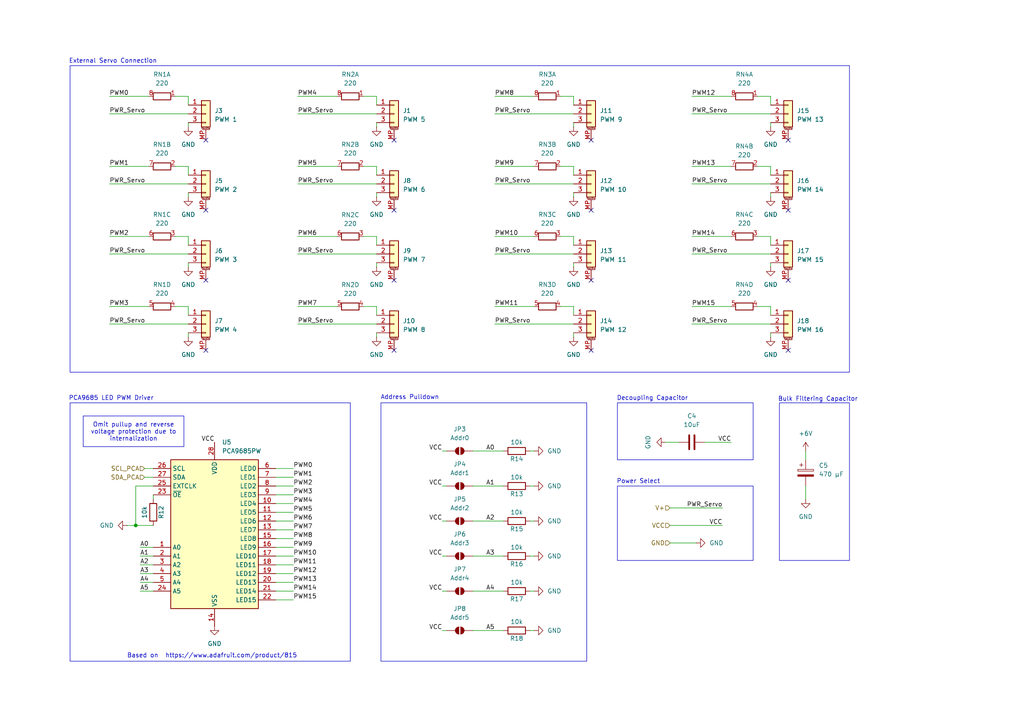
<source format=kicad_sch>
(kicad_sch (version 20250114) (generator "eeschema") (generator_version "9.0")
  (paper "A4")
  (lib_symbols
    (symbol "Connector_Generic_MountingPin:Conn_01x03_MountingPin" (pin_names (offset 1.016) (hide yes))
      (property "Reference" "J" (at 0 5.08 0))
      (property "Value" "Conn_01x03_MountingPin" (at 1.27 -5.08 0))
      (symbol "Conn_01x03_MountingPin_1_1"
        (rectangle (start -1.27 3.81) (end 1.27 -3.81) (stroke (width 0.254)) (fill (type background)))
        (rectangle (start -1.27 2.667) (end 0 2.413) (stroke (width 0.1524)))
        (rectangle (start -1.27 0.127) (end 0 -0.127) (stroke (width 0.1524)))
        (rectangle (start -1.27 -2.413) (end 0 -2.667) (stroke (width 0.1524)))
        (polyline (pts (xy -1.016 -4.572) (xy 1.016 -4.572)) (stroke (width 0.1524)))
        (text "Mounting" (at 0 -4.191 0) (effects (font (size 0.381 0.381))))
        (pin passive line (at -5.08 2.54 0) (length 3.81) (name "Pin_1") (number "1"))
        (pin passive line (at -5.08 0 0) (length 3.81) (name "Pin_2") (number "2"))
        (pin passive line (at -5.08 -2.54 0) (length 3.81) (name "Pin_3") (number "3"))
        (pin passive line (at 0 -7.62 90) (length 3.048) (name "MountPin") (number "MP"))
      )
    )
    (symbol "Device:C" (pin_numbers (hide yes)) (pin_names (offset 0.254))
      (property "Reference" "C" (at 0.635 2.54 0))
      (property "Value" "C" (at 0.635 -2.54 0))
      (symbol "C_0_1"
        (polyline (pts (xy -2.032 0.762) (xy 2.032 0.762)) (stroke (width 0.508)))
        (polyline (pts (xy -2.032 -0.762) (xy 2.032 -0.762)) (stroke (width 0.508)))
      )
      (symbol "C_1_1"
        (pin passive line (at 0 3.81 270) (length 2.794) (name "~") (number "1"))
        (pin passive line (at 0 -3.81 90) (length 2.794) (name "~") (number "2"))
      )
    )
    (symbol "Device:C_Polarized" (pin_numbers (hide yes)) (pin_names (offset 0.254))
      (property "Reference" "C" (at 0.635 2.54 0))
      (property "Value" "C_Polarized" (at 0.635 -2.54 0))
      (symbol "C_Polarized_0_1"
        (rectangle (start -2.286 0.508) (end 2.286 1.016))
        (polyline (pts (xy -1.778 2.286) (xy -0.762 2.286)))
        (polyline (pts (xy -1.27 2.794) (xy -1.27 1.778)))
        (rectangle (start 2.286 -0.508) (end -2.286 -1.016) (fill (type outline)))
      )
      (symbol "C_Polarized_1_1"
        (pin passive line (at 0 3.81 270) (length 2.794) (name "~") (number "1"))
        (pin passive line (at 0 -3.81 90) (length 2.794) (name "~") (number "2"))
      )
    )
    (symbol "Device:R" (pin_numbers (hide yes)) (pin_names (offset 0))
      (property "Reference" "R" (at 2.032 0 90))
      (property "Value" "R" (at 0 0 90))
      (symbol "R_0_1"
        (rectangle (start -1.016 -2.54) (end 1.016 2.54) (stroke (width 0.254)))
      )
      (symbol "R_1_1"
        (pin passive line (at 0 3.81 270) (length 1.27) (name "~") (number "1"))
        (pin passive line (at 0 -3.81 90) (length 1.27) (name "~") (number "2"))
      )
    )
    (symbol "Device:R_Pack04_Split" (pin_names (offset 0) (hide yes))
      (property "Reference" "RN" (at 2.032 0 90))
      (property "Value" "R_Pack04_Split" (at 0 0 90))
      (symbol "R_Pack04_Split_0_1"
        (rectangle (start 1.016 2.54) (end -1.016 -2.54) (stroke (width 0.254)))
      )
      (symbol "R_Pack04_Split_1_1"
        (pin passive line (at 0 3.81 270) (length 1.27) (name "R1.2") (number "8"))
        (pin passive line (at 0 -3.81 90) (length 1.27) (name "R1.1") (number "1"))
      )
      (symbol "R_Pack04_Split_2_1"
        (pin passive line (at 0 3.81 270) (length 1.27) (name "R2.2") (number "7"))
        (pin passive line (at 0 -3.81 90) (length 1.27) (name "R2.1") (number "2"))
      )
      (symbol "R_Pack04_Split_3_1"
        (pin passive line (at 0 3.81 270) (length 1.27) (name "R3.2") (number "6"))
        (pin passive line (at 0 -3.81 90) (length 1.27) (name "R3.1") (number "3"))
      )
      (symbol "R_Pack04_Split_4_1"
        (pin passive line (at 0 3.81 270) (length 1.27) (name "R4.2") (number "5"))
        (pin passive line (at 0 -3.81 90) (length 1.27) (name "R4.1") (number "4"))
      )
    )
    (symbol "Driver_LED:PCA9685PW"
      (property "Reference" "U" (at -12.7 22.225 0))
      (property "Value" "PCA9685PW" (at 1.27 22.225 0))
      (symbol "PCA9685PW_0_1"
        (rectangle (start -12.7 20.32) (end 12.7 -22.86) (stroke (width 0.254)) (fill (type background)))
      )
      (symbol "PCA9685PW_1_1"
        (pin input line (at -17.78 17.78 0) (length 5.08) (name "SCL") (number "26"))
        (pin bidirectional line (at -17.78 15.24 0) (length 5.08) (name "SDA") (number "27"))
        (pin input line (at -17.78 12.7 0) (length 5.08) (name "EXTCLK") (number "25"))
        (pin input line (at -17.78 10.16 0) (length 5.08) (name "~{OE}") (number "23"))
        (pin input line (at -17.78 -5.08 0) (length 5.08) (name "A0") (number "1"))
        (pin input line (at -17.78 -7.62 0) (length 5.08) (name "A1") (number "2"))
        (pin input line (at -17.78 -10.16 0) (length 5.08) (name "A2") (number "3"))
        (pin input line (at -17.78 -12.7 0) (length 5.08) (name "A3") (number "4"))
        (pin input line (at -17.78 -15.24 0) (length 5.08) (name "A4") (number "5"))
        (pin input line (at -17.78 -17.78 0) (length 5.08) (name "A5") (number "24"))
        (pin power_in line (at 0 25.4 270) (length 5.08) (name "VDD") (number "28"))
        (pin power_in line (at 0 -27.94 90) (length 5.08) (name "VSS") (number "14"))
        (pin output line (at 17.78 17.78 180) (length 5.08) (name "LED0") (number "6"))
        (pin output line (at 17.78 15.24 180) (length 5.08) (name "LED1") (number "7"))
        (pin output line (at 17.78 12.7 180) (length 5.08) (name "LED2") (number "8"))
        (pin output line (at 17.78 10.16 180) (length 5.08) (name "LED3") (number "9"))
        (pin output line (at 17.78 7.62 180) (length 5.08) (name "LED4") (number "10"))
        (pin output line (at 17.78 5.08 180) (length 5.08) (name "LED5") (number "11"))
        (pin output line (at 17.78 2.54 180) (length 5.08) (name "LED6") (number "12"))
        (pin output line (at 17.78 0 180) (length 5.08) (name "LED7") (number "13"))
        (pin output line (at 17.78 -2.54 180) (length 5.08) (name "LED8") (number "15"))
        (pin output line (at 17.78 -5.08 180) (length 5.08) (name "LED9") (number "16"))
        (pin output line (at 17.78 -7.62 180) (length 5.08) (name "LED10") (number "17"))
        (pin output line (at 17.78 -10.16 180) (length 5.08) (name "LED11") (number "18"))
        (pin output line (at 17.78 -12.7 180) (length 5.08) (name "LED12") (number "19"))
        (pin output line (at 17.78 -15.24 180) (length 5.08) (name "LED13") (number "20"))
        (pin output line (at 17.78 -17.78 180) (length 5.08) (name "LED14") (number "21"))
        (pin output line (at 17.78 -20.32 180) (length 5.08) (name "LED15") (number "22"))
      )
    )
    (symbol "Jumper:SolderJumper_2_Open" (pin_numbers (hide yes)) (pin_names (offset 0) (hide yes)) (in_bom no)
      (property "Reference" "JP" (at 0 2.032 0))
      (property "Value" "SolderJumper_2_Open" (at 0 -2.54 0))
      (symbol "SolderJumper_2_Open_0_1"
        (polyline (pts (xy -0.254 1.016) (xy -0.254 -1.016)))
        (arc (start -0.254 -1.016) (mid -1.2656 0) (end -0.254 1.016))
        (arc (start -0.254 -1.016) (mid -1.2656 0) (end -0.254 1.016) (fill (type outline)))
        (arc (start 0.254 1.016) (mid 1.2656 0) (end 0.254 -1.016))
        (arc (start 0.254 1.016) (mid 1.2656 0) (end 0.254 -1.016) (fill (type outline)))
        (polyline (pts (xy 0.254 1.016) (xy 0.254 -1.016)))
      )
      (symbol "SolderJumper_2_Open_1_1"
        (pin passive line (at -3.81 0 0) (length 2.54) (name "A") (number "1"))
        (pin passive line (at 3.81 0 180) (length 2.54) (name "B") (number "2"))
      )
    )
    (symbol "power:+3.3V" (power) (pin_numbers (hide yes)) (pin_names (offset 0) (hide yes))
      (property "Value" "+3.3V" (at 0 3.556 0))
      (symbol "+3.3V_0_1"
        (polyline (pts (xy -0.762 1.27) (xy 0 2.54)))
        (polyline (pts (xy 0 2.54) (xy 0.762 1.27)))
        (polyline (pts (xy 0 0) (xy 0 2.54)))
      )
      (symbol "+3.3V_1_1"
        (pin power_in line (at 0 0 90) (length 0) (name "~") (number "1"))
      )
    )
    (symbol "power:GND" (power) (pin_numbers (hide yes)) (pin_names (offset 0) (hide yes))
      (property "Value" "GND" (at 0 -3.81 0))
      (symbol "GND_0_1"
        (polyline (pts (xy 0 0) (xy 0 -1.27) (xy 1.27 -1.27) (xy 0 -2.54) (xy -1.27 -1.27) (xy 0 -1.27)))
      )
      (symbol "GND_1_1"
        (pin power_in line (at 0 0 270) (length 0) (name "~") (number "1"))
      )
    )
  )
  (rectangle (start 110.49 116.84) (end 170.18 191.77))
  (rectangle (start 179.07 116.84) (end 218.44 133.35))
  (rectangle (start 226.06 116.84) (end 246.38 162.56))
  (rectangle (start 20.32 19.05) (end 246.38 107.95))
  (rectangle (start 20.32 116.84) (end 101.6 191.77))
  (rectangle (start 179.07 140.97) (end 218.44 162.56))
  (text "PCA9685 LED PWM Driver" (at 32.258 115.57 0) (effects (font (size 1.27 1.27))))
  (text "Decoupling Capacitor" (at 189.23 115.57 0) (effects (font (size 1.27 1.27))))
  (text "https://www.adafruit.com/product/815" (at 67.056 190.246 0) (effects (font (size 1.27 1.27))))
  (text "Based on" (at 41.402 190.246 0) (effects (font (size 1.27 1.27))))
  (text "External Servo Connection" (at 32.766 17.78 0) (effects (font (size 1.27 1.27))))
  (text "Power Select" (at 185.166 139.7 0) (effects (font (size 1.27 1.27))))
  (text "Bulk Filtering Capacitor" (at 237.236 115.824 0) (effects (font (size 1.27 1.27))))
  (text "Address Pulldown" (at 118.872 115.316 0) (effects (font (size 1.27 1.27))))
  (text_box "Omit pullup and reverse voltage protection due to internalization" (at 24.13 120.65 0) (size 29.21 8.89) (margins 0.9525 0.9525 0.9525 0.9525) (fill (type color)) (effects (font (size 1.27 1.27))))
  (junction (at 39.37 152.4))
  (no_connect (at 59.69 81.28))
  (no_connect (at 228.6 60.96))
  (no_connect (at 114.3 81.28))
  (no_connect (at 59.69 60.96))
  (no_connect (at 114.3 40.64))
  (no_connect (at 114.3 101.6))
  (no_connect (at 171.45 60.96))
  (no_connect (at 171.45 101.6))
  (no_connect (at 171.45 81.28))
  (no_connect (at 171.45 40.64))
  (no_connect (at 228.6 81.28))
  (no_connect (at 59.69 40.64))
  (no_connect (at 228.6 101.6))
  (no_connect (at 59.69 101.6))
  (no_connect (at 228.6 40.64))
  (no_connect (at 114.3 60.96))
  (wire (pts (xy 223.52 88.9) (xy 223.52 91.44)))
  (wire (pts (xy 109.22 48.26) (xy 109.22 50.8)))
  (wire (pts (xy 223.52 27.94) (xy 223.52 30.48)))
  (wire (pts (xy 86.36 33.02) (xy 109.22 33.02)))
  (wire (pts (xy 40.64 158.75) (xy 44.45 158.75)))
  (wire (pts (xy 31.75 68.58) (xy 43.18 68.58)))
  (wire (pts (xy 109.22 88.9) (xy 109.22 91.44)))
  (wire (pts (xy 200.66 73.66) (xy 223.52 73.66)))
  (wire (pts (xy 166.37 48.26) (xy 166.37 50.8)))
  (wire (pts (xy 109.22 36.83) (xy 109.22 35.56)))
  (wire (pts (xy 162.56 88.9) (xy 166.37 88.9)))
  (wire (pts (xy 86.36 53.34) (xy 109.22 53.34)))
  (wire (pts (xy 154.94 182.88) (xy 153.67 182.88)))
  (wire (pts (xy 40.64 163.83) (xy 44.45 163.83)))
  (wire (pts (xy 85.09 171.45) (xy 80.01 171.45)))
  (wire (pts (xy 109.22 57.15) (xy 109.22 55.88)))
  (wire (pts (xy 85.09 138.43) (xy 80.01 138.43)))
  (wire (pts (xy 50.8 48.26) (xy 54.61 48.26)))
  (wire (pts (xy 31.75 93.98) (xy 54.61 93.98)))
  (wire (pts (xy 219.71 88.9) (xy 223.52 88.9)))
  (wire (pts (xy 85.09 161.29) (xy 80.01 161.29)))
  (wire (pts (xy 31.75 73.66) (xy 54.61 73.66)))
  (wire (pts (xy 162.56 27.94) (xy 166.37 27.94)))
  (wire (pts (xy 31.75 27.94) (xy 43.18 27.94)))
  (wire (pts (xy 86.36 27.94) (xy 97.79 27.94)))
  (wire (pts (xy 194.31 147.32) (xy 209.55 147.32)))
  (wire (pts (xy 166.37 77.47) (xy 166.37 76.2)))
  (wire (pts (xy 219.71 48.26) (xy 223.52 48.26)))
  (wire (pts (xy 85.09 153.67) (xy 80.01 153.67)))
  (wire (pts (xy 85.09 148.59) (xy 80.01 148.59)))
  (wire (pts (xy 200.66 68.58) (xy 212.09 68.58)))
  (wire (pts (xy 146.05 140.97) (xy 137.16 140.97)))
  (wire (pts (xy 143.51 88.9) (xy 154.94 88.9)))
  (wire (pts (xy 40.64 161.29) (xy 44.45 161.29)))
  (wire (pts (xy 162.56 48.26) (xy 166.37 48.26)))
  (wire (pts (xy 146.05 171.45) (xy 137.16 171.45)))
  (wire (pts (xy 143.51 93.98) (xy 166.37 93.98)))
  (wire (pts (xy 154.94 140.97) (xy 153.67 140.97)))
  (wire (pts (xy 154.94 130.81) (xy 153.67 130.81)))
  (wire (pts (xy 166.37 27.94) (xy 166.37 30.48)))
  (wire (pts (xy 201.93 157.48) (xy 194.31 157.48)))
  (wire (pts (xy 146.05 130.81) (xy 137.16 130.81)))
  (wire (pts (xy 40.64 171.45) (xy 44.45 171.45)))
  (wire (pts (xy 36.83 152.4) (xy 39.37 152.4)))
  (wire (pts (xy 105.41 48.26) (xy 109.22 48.26)))
  (wire (pts (xy 39.37 152.4) (xy 44.45 152.4)))
  (wire (pts (xy 44.45 144.78) (xy 44.45 143.51)))
  (wire (pts (xy 85.09 146.05) (xy 80.01 146.05)))
  (wire (pts (xy 85.09 143.51) (xy 80.01 143.51)))
  (wire (pts (xy 233.68 144.78) (xy 233.68 140.97)))
  (wire (pts (xy 41.91 138.43) (xy 44.45 138.43)))
  (wire (pts (xy 85.09 135.89) (xy 80.01 135.89)))
  (wire (pts (xy 50.8 88.9) (xy 54.61 88.9)))
  (wire (pts (xy 31.75 33.02) (xy 54.61 33.02)))
  (wire (pts (xy 31.75 53.34) (xy 54.61 53.34)))
  (wire (pts (xy 223.52 68.58) (xy 223.52 71.12)))
  (wire (pts (xy 54.61 36.83) (xy 54.61 35.56)))
  (wire (pts (xy 85.09 140.97) (xy 80.01 140.97)))
  (wire (pts (xy 50.8 68.58) (xy 54.61 68.58)))
  (wire (pts (xy 166.37 36.83) (xy 166.37 35.56)))
  (wire (pts (xy 166.37 68.58) (xy 166.37 71.12)))
  (wire (pts (xy 209.55 152.4) (xy 194.31 152.4)))
  (wire (pts (xy 105.41 27.94) (xy 109.22 27.94)))
  (wire (pts (xy 166.37 88.9) (xy 166.37 91.44)))
  (wire (pts (xy 154.94 151.13) (xy 153.67 151.13)))
  (wire (pts (xy 109.22 68.58) (xy 109.22 71.12)))
  (wire (pts (xy 223.52 57.15) (xy 223.52 55.88)))
  (wire (pts (xy 54.61 68.58) (xy 54.61 71.12)))
  (wire (pts (xy 143.51 48.26) (xy 154.94 48.26)))
  (wire (pts (xy 143.51 27.94) (xy 154.94 27.94)))
  (wire (pts (xy 85.09 158.75) (xy 80.01 158.75)))
  (wire (pts (xy 109.22 97.79) (xy 109.22 96.52)))
  (wire (pts (xy 40.64 168.91) (xy 44.45 168.91)))
  (wire (pts (xy 154.94 161.29) (xy 153.67 161.29)))
  (wire (pts (xy 85.09 163.83) (xy 80.01 163.83)))
  (wire (pts (xy 128.27 161.29) (xy 129.54 161.29)))
  (wire (pts (xy 41.91 135.89) (xy 44.45 135.89)))
  (wire (pts (xy 143.51 68.58) (xy 154.94 68.58)))
  (wire (pts (xy 54.61 88.9) (xy 54.61 91.44)))
  (wire (pts (xy 54.61 48.26) (xy 54.61 50.8)))
  (wire (pts (xy 162.56 68.58) (xy 166.37 68.58)))
  (wire (pts (xy 223.52 97.79) (xy 223.52 96.52)))
  (wire (pts (xy 128.27 182.88) (xy 129.54 182.88)))
  (wire (pts (xy 128.27 171.45) (xy 129.54 171.45)))
  (wire (pts (xy 86.36 88.9) (xy 97.79 88.9)))
  (wire (pts (xy 146.05 151.13) (xy 137.16 151.13)))
  (wire (pts (xy 31.75 88.9) (xy 43.18 88.9)))
  (wire (pts (xy 166.37 57.15) (xy 166.37 55.88)))
  (wire (pts (xy 219.71 68.58) (xy 223.52 68.58)))
  (wire (pts (xy 39.37 152.4) (xy 39.37 140.97)))
  (wire (pts (xy 86.36 93.98) (xy 109.22 93.98)))
  (wire (pts (xy 31.75 48.26) (xy 43.18 48.26)))
  (wire (pts (xy 39.37 140.97) (xy 44.45 140.97)))
  (wire (pts (xy 154.94 171.45) (xy 153.67 171.45)))
  (wire (pts (xy 146.05 182.88) (xy 137.16 182.88)))
  (wire (pts (xy 200.66 93.98) (xy 223.52 93.98)))
  (wire (pts (xy 143.51 73.66) (xy 166.37 73.66)))
  (wire (pts (xy 105.41 68.58) (xy 109.22 68.58)))
  (wire (pts (xy 86.36 68.58) (xy 97.79 68.58)))
  (wire (pts (xy 200.66 27.94) (xy 212.09 27.94)))
  (wire (pts (xy 40.64 166.37) (xy 44.45 166.37)))
  (wire (pts (xy 50.8 27.94) (xy 54.61 27.94)))
  (wire (pts (xy 105.41 88.9) (xy 109.22 88.9)))
  (wire (pts (xy 85.09 168.91) (xy 80.01 168.91)))
  (wire (pts (xy 109.22 27.94) (xy 109.22 30.48)))
  (wire (pts (xy 223.52 77.47) (xy 223.52 76.2)))
  (wire (pts (xy 223.52 48.26) (xy 223.52 50.8)))
  (wire (pts (xy 200.66 53.34) (xy 223.52 53.34)))
  (wire (pts (xy 54.61 77.47) (xy 54.61 76.2)))
  (wire (pts (xy 219.71 27.94) (xy 223.52 27.94)))
  (wire (pts (xy 166.37 97.79) (xy 166.37 96.52)))
  (wire (pts (xy 54.61 97.79) (xy 54.61 96.52)))
  (wire (pts (xy 212.09 128.27) (xy 204.47 128.27)))
  (wire (pts (xy 86.36 48.26) (xy 97.79 48.26)))
  (wire (pts (xy 233.68 130.81) (xy 233.68 133.35)))
  (wire (pts (xy 85.09 151.13) (xy 80.01 151.13)))
  (wire (pts (xy 85.09 173.99) (xy 80.01 173.99)))
  (wire (pts (xy 54.61 27.94) (xy 54.61 30.48)))
  (wire (pts (xy 200.66 48.26) (xy 212.09 48.26)))
  (wire (pts (xy 193.04 128.27) (xy 196.85 128.27)))
  (wire (pts (xy 85.09 166.37) (xy 80.01 166.37)))
  (wire (pts (xy 200.66 88.9) (xy 212.09 88.9)))
  (wire (pts (xy 109.22 77.47) (xy 109.22 76.2)))
  (wire (pts (xy 128.27 130.81) (xy 129.54 130.81)))
  (wire (pts (xy 223.52 36.83) (xy 223.52 35.56)))
  (wire (pts (xy 54.61 57.15) (xy 54.61 55.88)))
  (wire (pts (xy 86.36 73.66) (xy 109.22 73.66)))
  (wire (pts (xy 200.66 33.02) (xy 223.52 33.02)))
  (wire (pts (xy 143.51 33.02) (xy 166.37 33.02)))
  (wire (pts (xy 128.27 140.97) (xy 129.54 140.97)))
  (wire (pts (xy 146.05 161.29) (xy 137.16 161.29)))
  (wire (pts (xy 128.27 151.13) (xy 129.54 151.13)))
  (wire (pts (xy 143.51 53.34) (xy 166.37 53.34)))
  (wire (pts (xy 85.09 156.21) (xy 80.01 156.21)))
  (label "PWR_Servo" (at 143.51 93.98 0))
  (label "VCC" (at 209.55 152.4 180))
  (label "A1" (at 140.97 140.97 0))
  (label "PWR_Servo" (at 209.55 147.32 180))
  (label "PWM12" (at 200.66 27.94 0))
  (label "PWR_Servo" (at 31.75 53.34 0))
  (label "A5" (at 140.97 182.88 0))
  (label "PWR_Servo" (at 200.66 93.98 0))
  (label "VCC" (at 128.27 182.88 180))
  (label "PWM13" (at 200.66 48.26 0))
  (label "PWM5" (at 86.36 48.26 0))
  (label "A0" (at 140.97 130.81 0))
  (label "PWM4" (at 85.09 146.05 0))
  (label "PWR_Servo" (at 200.66 53.34 0))
  (label "PWM12" (at 85.09 166.37 0))
  (label "PWM15" (at 200.66 88.9 0))
  (label "PWR_Servo" (at 86.36 53.34 0))
  (label "PWR_Servo" (at 86.36 73.66 0))
  (label "PWM3" (at 85.09 143.51 0))
  (label "PWR_Servo" (at 31.75 73.66 0))
  (label "A3" (at 40.64 166.37 0))
  (label "VCC" (at 128.27 161.29 180))
  (label "VCC" (at 128.27 151.13 180))
  (label "A4" (at 40.64 168.91 0))
  (label "PWR_Servo" (at 31.75 33.02 0))
  (label "PWR_Servo" (at 143.51 53.34 0))
  (label "A3" (at 140.97 161.29 0))
  (label "VCC" (at 212.09 128.27 180))
  (label "A4" (at 140.97 171.45 0))
  (label "A1" (at 40.64 161.29 0))
  (label "A2" (at 40.64 163.83 0))
  (label "PWM2" (at 31.75 68.58 0))
  (label "PWM0" (at 85.09 135.89 0))
  (label "PWM6" (at 86.36 68.58 0))
  (label "PWM14" (at 85.09 171.45 0))
  (label "PWM3" (at 31.75 88.9 0))
  (label "PWM8" (at 85.09 156.21 0))
  (label "PWM4" (at 86.36 27.94 0))
  (label "PWR_Servo" (at 31.75 93.98 0))
  (label "A2" (at 140.97 151.13 0))
  (label "VCC" (at 128.27 140.97 180))
  (label "VCC" (at 62.23 128.27 180))
  (label "PWR_Servo" (at 86.36 33.02 0))
  (label "VCC" (at 128.27 130.81 180))
  (label "VCC" (at 128.27 171.45 180))
  (label "PWM0" (at 31.75 27.94 0))
  (label "PWM10" (at 85.09 161.29 0))
  (label "A0" (at 40.64 158.75 0))
  (label "PWM10" (at 143.51 68.58 0))
  (label "PWM9" (at 143.51 48.26 0))
  (label "PWM7" (at 86.36 88.9 0))
  (label "PWR_Servo" (at 200.66 33.02 0))
  (label "PWM7" (at 85.09 153.67 0))
  (label "PWM8" (at 143.51 27.94 0))
  (label "PWM2" (at 85.09 140.97 0))
  (label "PWM13" (at 85.09 168.91 0))
  (label "PWR_Servo" (at 143.51 73.66 0))
  (label "PWR_Servo" (at 143.51 33.02 0))
  (label "PWR_Servo" (at 86.36 93.98 0))
  (label "PWM9" (at 85.09 158.75 0))
  (label "PWM1" (at 31.75 48.26 0))
  (label "PWM11" (at 143.51 88.9 0))
  (label "PWM15" (at 85.09 173.99 0))
  (label "PWM5" (at 85.09 148.59 0))
  (label "PWM14" (at 200.66 68.58 0))
  (label "A5" (at 40.64 171.45 0))
  (label "PWM11" (at 85.09 163.83 0))
  (label "PWR_Servo" (at 200.66 73.66 0))
  (label "PWM1" (at 85.09 138.43 0))
  (label "PWM6" (at 85.09 151.13 0))
  (hierarchical_label "SDA_PCA" (shape input) (at 41.91 138.43 180))
  (hierarchical_label "VCC" (shape input) (at 194.31 152.4 180))
  (hierarchical_label "GND" (shape input) (at 194.31 157.48 180))
  (hierarchical_label "V+" (shape input) (at 194.31 147.32 180))
  (hierarchical_label "SCL_PCA" (shape input) (at 41.91 135.89 180))
  (symbol (lib_id "Device:R") (at 44.45 148.59 0) (unit 1)
    (property "Reference" "R12" (at 46.736 148.59 90))
    (property "Value" "10k" (at 41.91 148.59 90))
    (property "Footprint" "Resistor_SMD:R_0603_1608Metric" (effects (hide yes)))
    (property "Description" "Resistor" (effects (hide yes)))
  )
  (symbol (lib_id "power:GND") (at 154.94 140.97 90) (unit 1)
    (property "Reference" "#PWR059" (effects (hide yes)))
    (property "Value" "GND" (at 158.75 140.9699 90) (effects (justify right)))
    (property "Description" "Power symbol creates a global label with name \"GND\" , ground" (effects (hide yes)))
  )
  (symbol (lib_id "power:GND") (at 109.22 97.79 0) (unit 1)
    (property "Reference" "#PWR016" (effects (hide yes)))
    (property "Value" "GND" (at 109.22 102.87 0))
    (property "Description" "Power symbol creates a global label with name \"GND\" , ground" (effects (hide yes)))
  )
  (symbol (lib_id "power:GND") (at 201.93 157.48 90) (unit 1)
    (property "Reference" "#PWR038" (effects (hide yes)))
    (property "Value" "GND" (at 205.74 157.4799 90) (effects (justify right)))
    (property "Description" "Power symbol creates a global label with name \"GND\" , ground" (effects (hide yes)))
  )
  (symbol (lib_id "Jumper:SolderJumper_2_Open") (at 133.35 151.13 180) (unit 1) (in_bom no)
    (property "Reference" "JP5" (at 133.35 144.78 0))
    (property "Value" "Addr2" (at 133.35 147.32 0))
    (property "Footprint" "Jumper:SolderJumper-2_P1.3mm_Open_TrianglePad1.0x1.5mm" (effects (hide yes)))
    (property "Description" "Solder Jumper, 2-pole, open" (effects (hide yes)))
  )
  (symbol (lib_id "Connector_Generic_MountingPin:Conn_01x03_MountingPin") (at 114.3 53.34 0) (unit 1)
    (property "Reference" "J8" (at 116.84 52.4255 0) (effects (justify left)))
    (property "Value" "PWM 6" (at 116.84 54.9655 0) (effects (justify left)))
    (property "Footprint" "Connector_JST:JST_SH_SM03B-SRSS-TB_1x03-1MP_P1.00mm_Horizontal" (effects (hide yes)))
    (property "Description" "Generic connectable mounting pin connector, single row, 01x03, script generated (kicad-library-utils/schlib/autogen/connector/)" (effects (hide yes)))
  )
  (symbol (lib_id "power:+3.3V") (at 233.68 130.81 0) (unit 1)
    (property "Reference" "#PWR011" (effects (hide yes)))
    (property "Value" "+6V" (at 233.68 125.73 0))
    (property "Description" "Power symbol creates a global label with name \"+3.3V\"" (effects (hide yes)))
  )
  (symbol (lib_id "Device:R") (at 149.86 130.81 270) (unit 1)
    (property "Reference" "R14" (at 149.86 133.096 90))
    (property "Value" "10k" (at 149.86 128.27 90))
    (property "Footprint" "Resistor_SMD:R_0603_1608Metric" (effects (hide yes)))
    (property "Description" "Resistor" (effects (hide yes)))
  )
  (symbol (lib_id "power:GND") (at 154.94 161.29 90) (unit 1)
    (property "Reference" "#PWR061" (effects (hide yes)))
    (property "Value" "GND" (at 158.75 161.2899 90) (effects (justify right)))
    (property "Description" "Power symbol creates a global label with name \"GND\" , ground" (effects (hide yes)))
  )
  (symbol (lib_id "Device:R_Pack04_Split") (at 101.6 88.9 90) (unit 4)
    (property "Reference" "RN2" (at 101.6 82.6112 90))
    (property "Value" "220" (at 101.6 85.1512 90))
    (property "Footprint" "Resistor_SMD:R_Array_Concave_4x0603" (effects (hide yes)))
    (property "Description" "4 resistor network, parallel topology, split" (effects (hide yes)))
  )
  (symbol (lib_id "Device:R_Pack04_Split") (at 158.75 88.9 90) (unit 4)
    (property "Reference" "RN3" (at 158.75 82.55 90))
    (property "Value" "220" (at 158.75 85.09 90))
    (property "Footprint" "Resistor_SMD:R_Array_Concave_4x0603" (effects (hide yes)))
    (property "Description" "4 resistor network, parallel topology, split" (effects (hide yes)))
  )
  (symbol (lib_id "Device:R_Pack04_Split") (at 46.99 27.94 90) (unit 1)
    (property "Reference" "RN1" (at 46.99 21.59 90))
    (property "Value" "220" (at 46.99 24.13 90))
    (property "Footprint" "Resistor_SMD:R_Array_Concave_4x0603" (effects (hide yes)))
    (property "Description" "4 resistor network, parallel topology, split" (effects (hide yes)))
  )
  (symbol (lib_id "power:GND") (at 166.37 57.15 0) (unit 1)
    (property "Reference" "#PWR020" (effects (hide yes)))
    (property "Value" "GND" (at 166.37 62.23 0))
    (property "Description" "Power symbol creates a global label with name \"GND\" , ground" (effects (hide yes)))
  )
  (symbol (lib_id "Connector_Generic_MountingPin:Conn_01x03_MountingPin") (at 114.3 73.66 0) (unit 1)
    (property "Reference" "J9" (at 116.84 72.7455 0) (effects (justify left)))
    (property "Value" "PWM 7" (at 116.84 75.2855 0) (effects (justify left)))
    (property "Footprint" "Connector_JST:JST_SH_SM03B-SRSS-TB_1x03-1MP_P1.00mm_Horizontal" (effects (hide yes)))
    (property "Description" "Generic connectable mounting pin connector, single row, 01x03, script generated (kicad-library-utils/schlib/autogen/connector/)" (effects (hide yes)))
  )
  (symbol (lib_id "power:GND") (at 154.94 151.13 90) (unit 1)
    (property "Reference" "#PWR060" (effects (hide yes)))
    (property "Value" "GND" (at 158.75 151.1299 90) (effects (justify right)))
    (property "Description" "Power symbol creates a global label with name \"GND\" , ground" (effects (hide yes)))
  )
  (symbol (lib_id "Connector_Generic_MountingPin:Conn_01x03_MountingPin") (at 59.69 73.66 0) (unit 1)
    (property "Reference" "J6" (at 62.23 72.7455 0) (effects (justify left)))
    (property "Value" "PWM 3" (at 62.23 75.2855 0) (effects (justify left)))
    (property "Footprint" "Connector_JST:JST_SH_SM03B-SRSS-TB_1x03-1MP_P1.00mm_Horizontal" (effects (hide yes)))
    (property "Description" "Generic connectable mounting pin connector, single row, 01x03, script generated (kicad-library-utils/schlib/autogen/connector/)" (effects (hide yes)))
  )
  (symbol (lib_id "power:GND") (at 193.04 128.27 270) (unit 1)
    (property "Reference" "#PWR057" (effects (hide yes)))
    (property "Value" "GND" (at 187.96 128.27 0))
    (property "Description" "Power symbol creates a global label with name \"GND\" , ground" (effects (hide yes)))
  )
  (symbol (lib_id "power:GND") (at 109.22 57.15 0) (unit 1)
    (property "Reference" "#PWR012" (effects (hide yes)))
    (property "Value" "GND" (at 109.22 62.23 0))
    (property "Description" "Power symbol creates a global label with name \"GND\" , ground" (effects (hide yes)))
  )
  (symbol (lib_id "power:GND") (at 109.22 77.47 0) (unit 1)
    (property "Reference" "#PWR013" (effects (hide yes)))
    (property "Value" "GND" (at 109.22 82.55 0))
    (property "Description" "Power symbol creates a global label with name \"GND\" , ground" (effects (hide yes)))
  )
  (symbol (lib_id "power:GND") (at 166.37 97.79 0) (unit 1)
    (property "Reference" "#PWR022" (effects (hide yes)))
    (property "Value" "GND" (at 166.37 102.87 0))
    (property "Description" "Power symbol creates a global label with name \"GND\" , ground" (effects (hide yes)))
  )
  (symbol (lib_id "power:GND") (at 154.94 171.45 90) (unit 1)
    (property "Reference" "#PWR062" (effects (hide yes)))
    (property "Value" "GND" (at 158.75 171.4499 90) (effects (justify right)))
    (property "Description" "Power symbol creates a global label with name \"GND\" , ground" (effects (hide yes)))
  )
  (symbol (lib_id "Device:R_Pack04_Split") (at 101.6 68.58 90) (unit 3)
    (property "Reference" "RN2" (at 101.6 62.3374 90))
    (property "Value" "220" (at 101.6 64.8774 90))
    (property "Footprint" "Resistor_SMD:R_Array_Concave_4x0603" (effects (hide yes)))
    (property "Description" "4 resistor network, parallel topology, split" (effects (hide yes)))
  )
  (symbol (lib_id "Jumper:SolderJumper_2_Open") (at 133.35 182.88 180) (unit 1) (in_bom no)
    (property "Reference" "JP8" (at 133.35 176.53 0))
    (property "Value" "Addr5" (at 133.35 179.07 0))
    (property "Footprint" "Jumper:SolderJumper-2_P1.3mm_Open_TrianglePad1.0x1.5mm" (effects (hide yes)))
    (property "Description" "Solder Jumper, 2-pole, open" (effects (hide yes)))
  )
  (symbol (lib_id "power:GND") (at 223.52 97.79 0) (unit 1)
    (property "Reference" "#PWR028" (effects (hide yes)))
    (property "Value" "GND" (at 223.52 102.87 0))
    (property "Description" "Power symbol creates a global label with name \"GND\" , ground" (effects (hide yes)))
  )
  (symbol (lib_id "Device:R_Pack04_Split") (at 158.75 48.26 90) (unit 2)
    (property "Reference" "RN3" (at 158.75 41.91 90))
    (property "Value" "220" (at 158.75 44.45 90))
    (property "Footprint" "Resistor_SMD:R_Array_Concave_4x0603" (effects (hide yes)))
    (property "Description" "4 resistor network, parallel topology, split" (effects (hide yes)))
  )
  (symbol (lib_id "Device:R") (at 149.86 182.88 270) (unit 1)
    (property "Reference" "R18" (at 149.86 185.166 90))
    (property "Value" "10k" (at 149.86 180.34 90))
    (property "Footprint" "Resistor_SMD:R_0603_1608Metric" (effects (hide yes)))
    (property "Description" "Resistor" (effects (hide yes)))
  )
  (symbol (lib_id "power:GND") (at 166.37 36.83 0) (unit 1)
    (property "Reference" "#PWR017" (effects (hide yes)))
    (property "Value" "GND" (at 166.37 41.91 0))
    (property "Description" "Power symbol creates a global label with name \"GND\" , ground" (effects (hide yes)))
  )
  (symbol (lib_id "power:GND") (at 233.68 144.78 0) (unit 1)
    (property "Reference" "#PWR055" (effects (hide yes)))
    (property "Value" "GND" (at 233.68 149.86 0))
    (property "Description" "Power symbol creates a global label with name \"GND\" , ground" (effects (hide yes)))
  )
  (symbol (lib_id "power:GND") (at 54.61 36.83 0) (unit 1)
    (property "Reference" "#PWR07" (effects (hide yes)))
    (property "Value" "GND" (at 54.61 41.91 0))
    (property "Description" "Power symbol creates a global label with name \"GND\" , ground" (effects (hide yes)))
  )
  (symbol (lib_id "Connector_Generic_MountingPin:Conn_01x03_MountingPin") (at 171.45 53.34 0) (unit 1)
    (property "Reference" "J12" (at 173.99 52.4255 0) (effects (justify left)))
    (property "Value" "PWM 10" (at 173.99 54.9655 0) (effects (justify left)))
    (property "Footprint" "Connector_JST:JST_SH_SM03B-SRSS-TB_1x03-1MP_P1.00mm_Horizontal" (effects (hide yes)))
    (property "Description" "Generic connectable mounting pin connector, single row, 01x03, script generated (kicad-library-utils/schlib/autogen/connector/)" (effects (hide yes)))
  )
  (symbol (lib_id "Connector_Generic_MountingPin:Conn_01x03_MountingPin") (at 228.6 73.66 0) (unit 1)
    (property "Reference" "J17" (at 231.14 72.7455 0) (effects (justify left)))
    (property "Value" "PWM 15" (at 231.14 75.2855 0) (effects (justify left)))
    (property "Footprint" "Connector_JST:JST_SH_BM03B-SRSS-TB_1x03-1MP_P1.00mm_Vertical" (effects (hide yes)))
    (property "Description" "Generic connectable mounting pin connector, single row, 01x03, script generated (kicad-library-utils/schlib/autogen/connector/)" (effects (hide yes)))
  )
  (symbol (lib_id "Connector_Generic_MountingPin:Conn_01x03_MountingPin") (at 59.69 93.98 0) (unit 1)
    (property "Reference" "J7" (at 62.23 93.0655 0) (effects (justify left)))
    (property "Value" "PWM 4" (at 62.23 95.6055 0) (effects (justify left)))
    (property "Footprint" "Connector_JST:JST_SH_SM03B-SRSS-TB_1x03-1MP_P1.00mm_Horizontal" (effects (hide yes)))
    (property "Description" "Generic connectable mounting pin connector, single row, 01x03, script generated (kicad-library-utils/schlib/autogen/connector/)" (effects (hide yes)))
  )
  (symbol (lib_id "Device:R_Pack04_Split") (at 215.9 27.94 90) (unit 1)
    (property "Reference" "RN4" (at 215.9 21.59 90))
    (property "Value" "220" (at 215.9 24.13 90))
    (property "Footprint" "Resistor_SMD:R_Array_Concave_4x0603" (effects (hide yes)))
    (property "Description" "4 resistor network, parallel topology, split" (effects (hide yes)))
  )
  (symbol (lib_id "Device:R_Pack04_Split") (at 215.9 48.26 90) (unit 2)
    (property "Reference" "RN4" (at 215.9 42.4169 90))
    (property "Value" "220" (at 215.9 44.9569 90))
    (property "Footprint" "Resistor_SMD:R_Array_Concave_4x0603" (effects (hide yes)))
    (property "Description" "4 resistor network, parallel topology, split" (effects (hide yes)))
  )
  (symbol (lib_id "Device:R_Pack04_Split") (at 215.9 88.9 90) (unit 4)
    (property "Reference" "RN4" (at 215.9 82.55 90))
    (property "Value" "220" (at 215.9 85.09 90))
    (property "Footprint" "Resistor_SMD:R_Array_Concave_4x0603" (effects (hide yes)))
    (property "Description" "4 resistor network, parallel topology, split" (effects (hide yes)))
  )
  (symbol (lib_id "power:GND") (at 223.52 36.83 0) (unit 1)
    (property "Reference" "#PWR025" (effects (hide yes)))
    (property "Value" "GND" (at 223.52 41.91 0))
    (property "Description" "Power symbol creates a global label with name \"GND\" , ground" (effects (hide yes)))
  )
  (symbol (lib_id "Jumper:SolderJumper_2_Open") (at 133.35 130.81 180) (unit 1) (in_bom no)
    (property "Reference" "JP3" (at 133.35 124.46 0))
    (property "Value" "Addr0" (at 133.35 127 0))
    (property "Footprint" "Jumper:SolderJumper-2_P1.3mm_Open_TrianglePad1.0x1.5mm" (effects (hide yes)))
    (property "Description" "Solder Jumper, 2-pole, open" (effects (hide yes)))
  )
  (symbol (lib_id "Connector_Generic_MountingPin:Conn_01x03_MountingPin") (at 59.69 53.34 0) (unit 1)
    (property "Reference" "J5" (at 62.23 52.4255 0) (effects (justify left)))
    (property "Value" "PWM 2" (at 62.23 54.9655 0) (effects (justify left)))
    (property "Footprint" "Connector_JST:JST_SH_SM03B-SRSS-TB_1x03-1MP_P1.00mm_Horizontal" (effects (hide yes)))
    (property "Description" "Generic connectable mounting pin connector, single row, 01x03, script generated (kicad-library-utils/schlib/autogen/connector/)" (effects (hide yes)))
  )
  (symbol (lib_id "Device:R_Pack04_Split") (at 158.75 27.94 90) (unit 1)
    (property "Reference" "RN3" (at 158.75 21.59 90))
    (property "Value" "220" (at 158.75 24.13 90))
    (property "Footprint" "Resistor_SMD:R_Array_Concave_4x0603" (effects (hide yes)))
    (property "Description" "4 resistor network, parallel topology, split" (effects (hide yes)))
  )
  (symbol (lib_id "Connector_Generic_MountingPin:Conn_01x03_MountingPin") (at 228.6 53.34 0) (unit 1)
    (property "Reference" "J16" (at 231.14 52.4255 0) (effects (justify left)))
    (property "Value" "PWM 14" (at 231.14 54.9655 0) (effects (justify left)))
    (property "Footprint" "Connector_JST:JST_SH_BM03B-SRSS-TB_1x03-1MP_P1.00mm_Vertical" (effects (hide yes)))
    (property "Description" "Generic connectable mounting pin connector, single row, 01x03, script generated (kicad-library-utils/schlib/autogen/connector/)" (effects (hide yes)))
  )
  (symbol (lib_id "power:GND") (at 54.61 57.15 0) (unit 1)
    (property "Reference" "#PWR040" (effects (hide yes)))
    (property "Value" "GND" (at 54.61 62.23 0))
    (property "Description" "Power symbol creates a global label with name \"GND\" , ground" (effects (hide yes)))
  )
  (symbol (lib_id "Device:C_Polarized") (at 233.68 137.16 0) (unit 1)
    (property "Reference" "C5" (at 237.49 135.0009 0) (effects (justify left)))
    (property "Value" "470 µF" (at 237.49 137.5409 0) (effects (justify left)))
    (property "Footprint" "Capacitor_Tantalum_SMD:CP_EIA-7360-38_Kemet-E_HandSolder" (effects (hide yes)))
    (property "Description" "Polarized capacitor" (effects (hide yes)))
  )
  (symbol (lib_id "power:GND") (at 109.22 36.83 0) (unit 1)
    (property "Reference" "#PWR09" (effects (hide yes)))
    (property "Value" "GND" (at 109.22 41.91 0))
    (property "Description" "Power symbol creates a global label with name \"GND\" , ground" (effects (hide yes)))
  )
  (symbol (lib_id "Device:R_Pack04_Split") (at 46.99 68.58 90) (unit 3)
    (property "Reference" "RN1" (at 46.99 62.23 90))
    (property "Value" "220" (at 46.99 64.77 90))
    (property "Footprint" "Resistor_SMD:R_Array_Concave_4x0603" (effects (hide yes)))
    (property "Description" "4 resistor network, parallel topology, split" (effects (hide yes)))
  )
  (symbol (lib_id "Connector_Generic_MountingPin:Conn_01x03_MountingPin") (at 171.45 33.02 0) (unit 1)
    (property "Reference" "J11" (at 173.99 32.1055 0) (effects (justify left)))
    (property "Value" "PWM 9" (at 173.99 34.6455 0) (effects (justify left)))
    (property "Footprint" "Connector_JST:JST_SH_SM03B-SRSS-TB_1x03-1MP_P1.00mm_Horizontal" (effects (hide yes)))
    (property "Description" "Generic connectable mounting pin connector, single row, 01x03, script generated (kicad-library-utils/schlib/autogen/connector/)" (effects (hide yes)))
  )
  (symbol (lib_id "power:GND") (at 62.23 181.61 0) (unit 1)
    (property "Reference" "#PWR039" (effects (hide yes)))
    (property "Value" "GND" (at 62.23 186.69 0))
    (property "Description" "Power symbol creates a global label with name \"GND\" , ground" (effects (hide yes)))
  )
  (symbol (lib_id "power:GND") (at 54.61 77.47 0) (unit 1)
    (property "Reference" "#PWR041" (effects (hide yes)))
    (property "Value" "GND" (at 54.61 82.55 0))
    (property "Description" "Power symbol creates a global label with name \"GND\" , ground" (effects (hide yes)))
  )
  (symbol (lib_id "power:GND") (at 36.83 152.4 270) (unit 1)
    (property "Reference" "#PWR06" (effects (hide yes)))
    (property "Value" "GND" (at 33.02 152.3999 90) (effects (justify right)))
    (property "Description" "Power symbol creates a global label with name \"GND\" , ground" (effects (hide yes)))
  )
  (symbol (lib_id "Connector_Generic_MountingPin:Conn_01x03_MountingPin") (at 59.69 33.02 0) (unit 1)
    (property "Reference" "J3" (at 62.23 32.1055 0) (effects (justify left)))
    (property "Value" "PWM 1" (at 62.23 34.6455 0) (effects (justify left)))
    (property "Footprint" "Connector_JST:JST_SH_SM03B-SRSS-TB_1x03-1MP_P1.00mm_Horizontal" (effects (hide yes)))
    (property "Description" "Generic connectable mounting pin connector, single row, 01x03, script generated (kicad-library-utils/schlib/autogen/connector/)" (effects (hide yes)))
  )
  (symbol (lib_id "Device:R_Pack04_Split") (at 215.9 68.58 90) (unit 3)
    (property "Reference" "RN4" (at 215.9 62.23 90))
    (property "Value" "220" (at 215.9 64.77 90))
    (property "Footprint" "Resistor_SMD:R_Array_Concave_4x0603" (effects (hide yes)))
    (property "Description" "4 resistor network, parallel topology, split" (effects (hide yes)))
  )
  (symbol (lib_id "Device:R_Pack04_Split") (at 46.99 48.26 90) (unit 2)
    (property "Reference" "RN1" (at 46.99 41.91 90))
    (property "Value" "220" (at 46.99 44.45 90))
    (property "Footprint" "Resistor_SMD:R_Array_Concave_4x0603" (effects (hide yes)))
    (property "Description" "4 resistor network, parallel topology, split" (effects (hide yes)))
  )
  (symbol (lib_id "Connector_Generic_MountingPin:Conn_01x03_MountingPin") (at 171.45 73.66 0) (unit 1)
    (property "Reference" "J13" (at 173.99 72.7455 0) (effects (justify left)))
    (property "Value" "PWM 11" (at 173.99 75.2855 0) (effects (justify left)))
    (property "Footprint" "Connector_JST:JST_SH_SM03B-SRSS-TB_1x03-1MP_P1.00mm_Horizontal" (effects (hide yes)))
    (property "Description" "Generic connectable mounting pin connector, single row, 01x03, script generated (kicad-library-utils/schlib/autogen/connector/)" (effects (hide yes)))
  )
  (symbol (lib_id "power:GND") (at 54.61 97.79 0) (unit 1)
    (property "Reference" "#PWR042" (effects (hide yes)))
    (property "Value" "GND" (at 54.61 102.87 0))
    (property "Description" "Power symbol creates a global label with name \"GND\" , ground" (effects (hide yes)))
  )
  (symbol (lib_id "power:GND") (at 154.94 182.88 90) (unit 1)
    (property "Reference" "#PWR063" (effects (hide yes)))
    (property "Value" "GND" (at 158.75 182.8799 90) (effects (justify right)))
    (property "Description" "Power symbol creates a global label with name \"GND\" , ground" (effects (hide yes)))
  )
  (symbol (lib_id "Jumper:SolderJumper_2_Open") (at 133.35 161.29 180) (unit 1) (in_bom no)
    (property "Reference" "JP6" (at 133.35 154.94 0))
    (property "Value" "Addr3" (at 133.35 157.48 0))
    (property "Footprint" "Jumper:SolderJumper-2_P1.3mm_Open_TrianglePad1.0x1.5mm" (effects (hide yes)))
    (property "Description" "Solder Jumper, 2-pole, open" (effects (hide yes)))
  )
  (symbol (lib_id "Device:R_Pack04_Split") (at 101.6 48.26 90) (unit 2)
    (property "Reference" "RN2" (at 101.6 41.91 90))
    (property "Value" "220" (at 101.6 44.45 90))
    (property "Footprint" "Resistor_SMD:R_Array_Concave_4x0603" (effects (hide yes)))
    (property "Description" "4 resistor network, parallel topology, split" (effects (hide yes)))
  )
  (symbol (lib_id "Connector_Generic_MountingPin:Conn_01x03_MountingPin") (at 114.3 93.98 0) (unit 1)
    (property "Reference" "J10" (at 116.84 93.0655 0) (effects (justify left)))
    (property "Value" "PWM 8" (at 116.84 95.6055 0) (effects (justify left)))
    (property "Footprint" "Connector_JST:JST_SH_SM03B-SRSS-TB_1x03-1MP_P1.00mm_Horizontal" (effects (hide yes)))
    (property "Description" "Generic connectable mounting pin connector, single row, 01x03, script generated (kicad-library-utils/schlib/autogen/connector/)" (effects (hide yes)))
  )
  (symbol (lib_id "Connector_Generic_MountingPin:Conn_01x03_MountingPin") (at 114.3 33.02 0) (unit 1)
    (property "Reference" "J1" (at 116.84 32.1055 0) (effects (justify left)))
    (property "Value" "PWM 5" (at 116.84 34.6455 0) (effects (justify left)))
    (property "Footprint" "Connector_JST:JST_SH_SM03B-SRSS-TB_1x03-1MP_P1.00mm_Horizontal" (effects (hide yes)))
    (property "Description" "Generic connectable mounting pin connector, single row, 01x03, script generated (kicad-library-utils/schlib/autogen/connector/)" (effects (hide yes)))
  )
  (symbol (lib_id "Device:R") (at 149.86 161.29 270) (unit 1)
    (property "Reference" "R16" (at 149.86 163.576 90))
    (property "Value" "10k" (at 149.86 158.75 90))
    (property "Footprint" "Resistor_SMD:R_0603_1608Metric" (effects (hide yes)))
    (property "Description" "Resistor" (effects (hide yes)))
  )
  (symbol (lib_id "Connector_Generic_MountingPin:Conn_01x03_MountingPin") (at 228.6 93.98 0) (unit 1)
    (property "Reference" "J18" (at 231.14 93.0655 0) (effects (justify left)))
    (property "Value" "PWM 16" (at 231.14 95.6055 0) (effects (justify left)))
    (property "Footprint" "Connector_JST:JST_SH_BM03B-SRSS-TB_1x03-1MP_P1.00mm_Vertical" (effects (hide yes)))
    (property "Description" "Generic connectable mounting pin connector, single row, 01x03, script generated (kicad-library-utils/schlib/autogen/connector/)" (effects (hide yes)))
  )
  (symbol (lib_id "Connector_Generic_MountingPin:Conn_01x03_MountingPin") (at 171.45 93.98 0) (unit 1)
    (property "Reference" "J14" (at 173.99 93.0655 0) (effects (justify left)))
    (property "Value" "PWM 12" (at 173.99 95.6055 0) (effects (justify left)))
    (property "Footprint" "Connector_JST:JST_SH_SM03B-SRSS-TB_1x03-1MP_P1.00mm_Horizontal" (effects (hide yes)))
    (property "Description" "Generic connectable mounting pin connector, single row, 01x03, script generated (kicad-library-utils/schlib/autogen/connector/)" (effects (hide yes)))
  )
  (symbol (lib_id "Device:R") (at 149.86 151.13 270) (unit 1)
    (property "Reference" "R15" (at 149.86 153.416 90))
    (property "Value" "10k" (at 149.86 148.59 90))
    (property "Footprint" "Resistor_SMD:R_0603_1608Metric" (effects (hide yes)))
    (property "Description" "Resistor" (effects (hide yes)))
  )
  (symbol (lib_id "power:GND") (at 223.52 57.15 0) (unit 1)
    (property "Reference" "#PWR026" (effects (hide yes)))
    (property "Value" "GND" (at 223.52 62.23 0))
    (property "Description" "Power symbol creates a global label with name \"GND\" , ground" (effects (hide yes)))
  )
  (symbol (lib_id "Device:C") (at 200.66 128.27 90) (unit 1)
    (property "Reference" "C4" (at 200.66 120.65 90))
    (property "Value" "10uF" (at 200.66 123.19 90))
    (property "Footprint" "Capacitor_SMD:C_0603_1608Metric" (effects (hide yes)))
    (property "Description" "Unpolarized capacitor" (effects (hide yes)))
  )
  (symbol (lib_id "Device:R_Pack04_Split") (at 158.75 68.58 90) (unit 3)
    (property "Reference" "RN3" (at 158.75 62.23 90))
    (property "Value" "220" (at 158.75 64.77 90))
    (property "Footprint" "Resistor_SMD:R_Array_Concave_4x0603" (effects (hide yes)))
    (property "Description" "4 resistor network, parallel topology, split" (effects (hide yes)))
  )
  (symbol (lib_id "Device:R_Pack04_Split") (at 101.6 27.94 90) (unit 1)
    (property "Reference" "RN2" (at 101.6 21.59 90))
    (property "Value" "220" (at 101.6 24.13 90))
    (property "Footprint" "Resistor_SMD:R_Array_Concave_4x0603" (effects (hide yes)))
    (property "Description" "4 resistor network, parallel topology, split" (effects (hide yes)))
  )
  (symbol (lib_id "Device:R") (at 149.86 171.45 270) (unit 1)
    (property "Reference" "R17" (at 149.86 173.736 90))
    (property "Value" "10k" (at 149.86 168.91 90))
    (property "Footprint" "Resistor_SMD:R_0603_1608Metric" (effects (hide yes)))
    (property "Description" "Resistor" (effects (hide yes)))
  )
  (symbol (lib_id "power:GND") (at 166.37 77.47 0) (unit 1)
    (property "Reference" "#PWR021" (effects (hide yes)))
    (property "Value" "GND" (at 166.37 82.55 0))
    (property "Description" "Power symbol creates a global label with name \"GND\" , ground" (effects (hide yes)))
  )
  (symbol (lib_id "Device:R") (at 149.86 140.97 270) (unit 1)
    (property "Reference" "R13" (at 149.86 143.256 90))
    (property "Value" "10k" (at 149.86 138.43 90))
    (property "Footprint" "Resistor_SMD:R_0603_1608Metric" (effects (hide yes)))
    (property "Description" "Resistor" (effects (hide yes)))
  )
  (symbol (lib_id "Connector_Generic_MountingPin:Conn_01x03_MountingPin") (at 228.6 33.02 0) (unit 1)
    (property "Reference" "J15" (at 231.14 32.1055 0) (effects (justify left)))
    (property "Value" "PWM 13" (at 231.14 34.6455 0) (effects (justify left)))
    (property "Footprint" "Connector_JST:JST_SH_BM03B-SRSS-TB_1x03-1MP_P1.00mm_Vertical" (effects (hide yes)))
    (property "Description" "Generic connectable mounting pin connector, single row, 01x03, script generated (kicad-library-utils/schlib/autogen/connector/)" (effects (hide yes)))
  )
  (symbol (lib_id "Driver_LED:PCA9685PW") (at 62.23 153.67 0) (unit 1)
    (property "Reference" "U5" (at 64.3733 128.27 0) (effects (justify left)))
    (property "Value" "PCA9685PW" (at 64.3733 130.81 0) (effects (justify left)))
    (property "Footprint" "Package_SO:TSSOP-28_4.4x9.7mm_P0.65mm" (effects (hide yes)))
    (property "Datasheet" "http://www.nxp.com/docs/en/data-sheet/PCA9685.pdf" (effects (hide yes)))
    (property "Description" "16-channel 12-bit PWM Fm+ I2C-bus LED controller RGBA TSSOP" (effects (hide yes)))
  )
  (symbol (lib_id "power:GND") (at 223.52 77.47 0) (unit 1)
    (property "Reference" "#PWR027" (effects (hide yes)))
    (property "Value" "GND" (at 223.52 82.55 0))
    (property "Description" "Power symbol creates a global label with name \"GND\" , ground" (effects (hide yes)))
  )
  (symbol (lib_id "Jumper:SolderJumper_2_Open") (at 133.35 171.45 180) (unit 1) (in_bom no)
    (property "Reference" "JP7" (at 133.35 165.1 0))
    (property "Value" "Addr4" (at 133.35 167.64 0))
    (property "Footprint" "Jumper:SolderJumper-2_P1.3mm_Open_TrianglePad1.0x1.5mm" (effects (hide yes)))
    (property "Description" "Solder Jumper, 2-pole, open" (effects (hide yes)))
  )
  (symbol (lib_id "Jumper:SolderJumper_2_Open") (at 133.35 140.97 180) (unit 1) (in_bom no)
    (property "Reference" "JP4" (at 133.35 134.62 0))
    (property "Value" "Addr1" (at 133.35 137.16 0))
    (property "Footprint" "Jumper:SolderJumper-2_P1.3mm_Open_TrianglePad1.0x1.5mm" (effects (hide yes)))
    (property "Description" "Solder Jumper, 2-pole, open" (effects (hide yes)))
  )
  (symbol (lib_id "power:GND") (at 154.94 130.81 90) (unit 1)
    (property "Reference" "#PWR058" (effects (hide yes)))
    (property "Value" "GND" (at 158.75 130.8099 90) (effects (justify right)))
    (property "Description" "Power symbol creates a global label with name \"GND\" , ground" (effects (hide yes)))
  )
  (symbol (lib_id "Device:R_Pack04_Split") (at 46.99 88.9 90) (unit 4)
    (property "Reference" "RN1" (at 46.99 82.55 90))
    (property "Value" "220" (at 46.99 85.09 90))
    (property "Footprint" "Resistor_SMD:R_Array_Concave_4x0603" (effects (hide yes)))
    (property "Description" "4 resistor network, parallel topology, split" (effects (hide yes)))
  )
)
</source>
